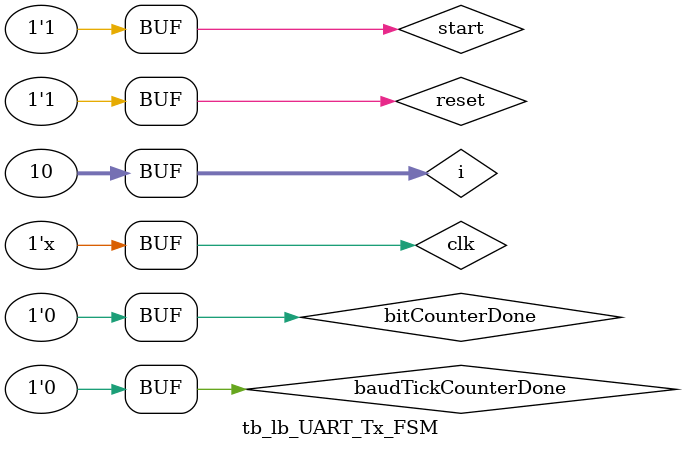
<source format=v>
`timescale 1ns / 1ps


module tb_lb_UART_Tx_FSM;

	// Inputs
	reg clk;
	reg reset;
	reg start;
	reg baudTickCounterDone;
	reg bitCounterDone;

	// Outputs
	wire done;
	wire shift;
	wire load;
	wire incNumBits;
	wire resetBaudTickCounter;

	integer i;
	
	// Instantiate the Unit Under Test (UUT)
	lb_UART_Tx_FSM uut (
		.clk(clk), 
		.reset(reset), 
		.start(start), 
		.baudTickCounterDone(baudTickCounterDone), 
		.bitCounterDone(bitCounterDone), 
		.done(done), 
		.shift(shift), 
		.load(load), 
		.incNumBits(incNumBits), 
		.resetBaudTickCounter(resetBaudTickCounter)
	);
	
	always #
		5 clk = ~clk;
		
	initial begin
		// Initialize Inputs
		clk = 0;
		reset = 0;
		start = 0;
		baudTickCounterDone = 0;
		bitCounterDone = 0;
		
		#30;
		reset = 1;
		#10;
		start = 1;
		
		for(i=0; i<10; i=i+1) begin
			#40;
			baudTickCounterDone = 1;
			if(i==9)
				bitCounterDone = 1;
			#10;
			baudTickCounterDone = 0;
			bitCounterDone = 0;
		end
		
		// Wait 100 ns for global reset to finish
		#100;
        
		// Add stimulus here

	end
      
endmodule


</source>
